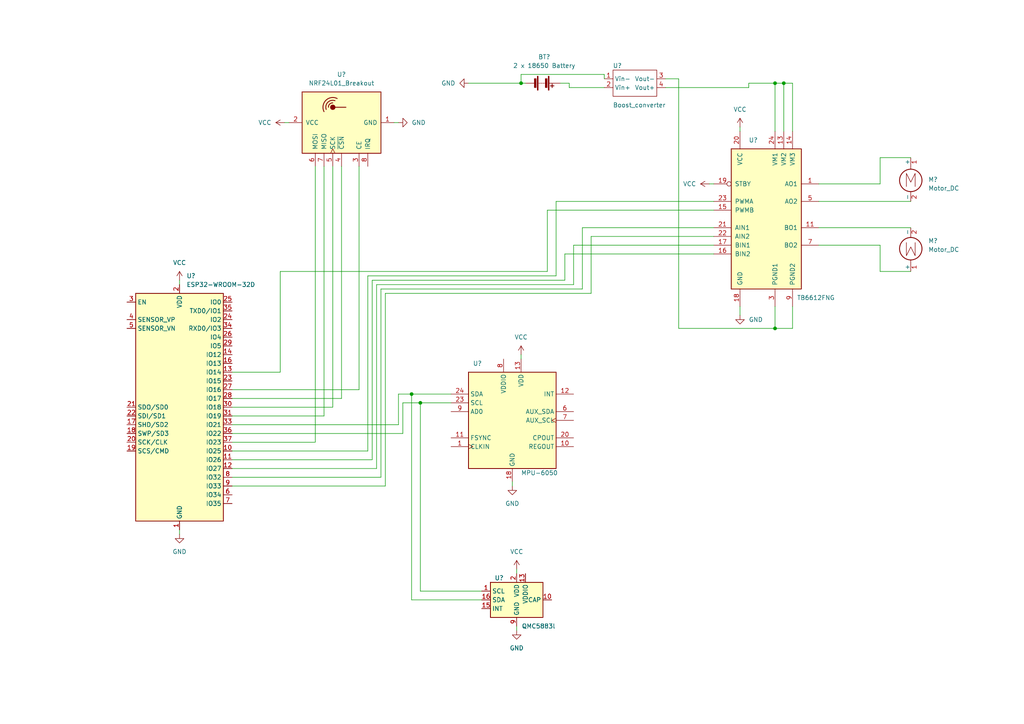
<source format=kicad_sch>
(kicad_sch (version 20211123) (generator eeschema)
  (paper "A4")
  (lib_symbols
    (symbol "Device:Battery" (pin_numbers hide) (pin_names (offset 0) hide)
      (property "Reference" "BT" (at 2.54 2.54 0))
      (property "Value" "Battery" (at 2.54 0 0))
      (symbol "Battery_0_1"
        (rectangle (start -2.032 -1.397) (end 2.032 -1.651) (fill (type outline)))
        (rectangle (start -2.032 1.778) (end 2.032 1.524) (fill (type outline)))
        (rectangle (start -1.3208 -1.9812) (end 1.27 -2.4892) (fill (type outline)))
        (rectangle (start -1.3208 1.1938) (end 1.27 0.6858) (fill (type outline)))
        (polyline (pts (xy 0 -1.524) (xy 0 -1.27)))
        (polyline (pts (xy 0 -1.016) (xy 0 -0.762)))
        (polyline (pts (xy 0 -0.508) (xy 0 -0.254)))
        (polyline (pts (xy 0 0) (xy 0 0.254)))
        (polyline (pts (xy 0 0.508) (xy 0 0.762)))
        (polyline (pts (xy 0 1.778) (xy 0 2.54)))
        (polyline (pts (xy 0.254 2.667) (xy 1.27 2.667)) (stroke (width 0.254)))
        (polyline (pts (xy 0.762 3.175) (xy 0.762 2.159)) (stroke (width 0.254)))
      )
      (symbol "Battery_1_1"
        (pin passive line (at 0 5.08 270) (length 2.54) (name "+") (number "1"))
        (pin passive line (at 0 -5.08 90) (length 2.54) (name "-") (number "2"))
      )
    )
    (symbol "Driver_Motor:TB6612FNG" (pin_names (offset 1.016))
      (property "Reference" "U" (at 11.43 17.78 0))
      (property "Value" "TB6612FNG" (at 11.43 15.24 0))
      (symbol "TB6612FNG_0_1"
        (rectangle (start -10.16 20.32) (end 10.16 -20.32) (stroke (width 0.254)) (fill (type background)))
      )
      (symbol "TB6612FNG_1_1"
        (pin output line (at 15.24 10.16 180) (length 5.08) (name "AO1") (number "1"))
        (pin passive line (at 7.62 -25.4 90) (length 5.08) hide (name "PGND2") (number "10"))
        (pin output line (at 15.24 -2.54 180) (length 5.08) (name "BO1") (number "11"))
        (pin passive line (at 15.24 -2.54 180) (length 5.08) hide (name "BO1") (number "12"))
        (pin power_in line (at 5.08 25.4 270) (length 5.08) (name "VM2") (number "13"))
        (pin power_in line (at 7.62 25.4 270) (length 5.08) (name "VM3") (number "14"))
        (pin input line (at -15.24 2.54 0) (length 5.08) (name "PWMB") (number "15"))
        (pin input line (at -15.24 -10.16 0) (length 5.08) (name "BIN2") (number "16"))
        (pin input line (at -15.24 -7.62 0) (length 5.08) (name "BIN1") (number "17"))
        (pin power_in line (at -7.62 -25.4 90) (length 5.08) (name "GND") (number "18"))
        (pin input inverted (at -15.24 10.16 0) (length 5.08) (name "STBY") (number "19"))
        (pin passive line (at 15.24 10.16 180) (length 5.08) hide (name "AO1") (number "2"))
        (pin power_in line (at -7.62 25.4 270) (length 5.08) (name "VCC") (number "20"))
        (pin input line (at -15.24 -2.54 0) (length 5.08) (name "AIN1") (number "21"))
        (pin input line (at -15.24 -5.08 0) (length 5.08) (name "AIN2") (number "22"))
        (pin input line (at -15.24 5.08 0) (length 5.08) (name "PWMA") (number "23"))
        (pin power_in line (at 2.54 25.4 270) (length 5.08) (name "VM1") (number "24"))
        (pin power_in line (at 2.54 -25.4 90) (length 5.08) (name "PGND1") (number "3"))
        (pin passive line (at 2.54 -25.4 90) (length 5.08) hide (name "PGND1") (number "4"))
        (pin output line (at 15.24 5.08 180) (length 5.08) (name "AO2") (number "5"))
        (pin passive line (at 15.24 5.08 180) (length 5.08) hide (name "AO2") (number "6"))
        (pin output line (at 15.24 -7.62 180) (length 5.08) (name "BO2") (number "7"))
        (pin passive line (at 15.24 -7.62 180) (length 5.08) hide (name "BO2") (number "8"))
        (pin power_in line (at 7.62 -25.4 90) (length 5.08) (name "PGND2") (number "9"))
      )
    )
    (symbol "Motor:Motor_DC" (pin_names (offset 0))
      (property "Reference" "M" (at 2.54 2.54 0))
      (property "Value" "Motor_DC" (at 2.54 -5.08 0))
      (symbol "Motor_DC_0_0"
        (polyline (pts (xy -1.27 -3.302) (xy -1.27 0.508) (xy 0 -2.032) (xy 1.27 0.508) (xy 1.27 -3.302)))
      )
      (symbol "Motor_DC_0_1"
        (circle (center 0 -1.524) (radius 3.2512) (stroke (width 0.254)))
        (polyline (pts (xy 0 -7.62) (xy 0 -7.112)))
        (polyline (pts (xy 0 -4.7752) (xy 0 -5.1816)))
        (polyline (pts (xy 0 1.7272) (xy 0 2.0828)))
        (polyline (pts (xy 0 2.032) (xy 0 2.54)))
      )
      (symbol "Motor_DC_1_1"
        (pin passive line (at 0 5.08 270) (length 2.54) (name "+") (number "1"))
        (pin passive line (at 0 -7.62 90) (length 2.54) (name "-") (number "2"))
      )
    )
    (symbol "New_Library:Boost_converter"
      (property "Reference" "U" (at -6.35 5.08 0))
      (property "Value" "Boost_converter" (at 0 -5.08 0))
      (symbol "Boost_converter_0_1"
        (rectangle (start -6.35 3.81) (end 6.35 -3.81))
      )
      (symbol "Boost_converter_1_1"
        (pin input line (at -8.89 1.27 0) (length 2.54) (name "Vin-") (number "1"))
        (pin input line (at -8.89 -1.27 0) (length 2.54) (name "Vin+") (number "2"))
        (pin input line (at 8.89 1.27 180) (length 2.54) (name "Vout-") (number "3"))
        (pin input line (at 8.89 -1.27 180) (length 2.54) (name "Vout+") (number "4"))
      )
    )
    (symbol "RF:NRF24L01_Breakout" (pin_names (offset 1.016))
      (property "Reference" "U" (at -8.89 12.7 0))
      (property "Value" "NRF24L01_Breakout" (at 3.81 12.7 0))
      (symbol "NRF24L01_Breakout_0_1"
        (rectangle (start -8.89 11.43) (end 8.89 -11.43) (stroke (width 0.254)) (fill (type background)))
        (polyline (pts (xy 4.445 1.905) (xy 4.445 -1.27)) (stroke (width 0.254)))
        (circle (center 4.445 2.54) (radius 0.635) (stroke (width 0.254)) (fill (type outline)))
        (arc (start 5.715 2.54) (mid 5.3521 3.4546) (end 4.445 3.81) (stroke (width 0.254)))
        (arc (start 6.35 1.905) (mid 5.8763 3.9854) (end 3.81 4.445) (stroke (width 0.254)))
        (arc (start 6.985 1.27) (mid 6.453 4.548) (end 3.175 5.08) (stroke (width 0.254)))
      )
      (symbol "NRF24L01_Breakout_1_1"
        (pin power_in line (at 0 -15.24 90) (length 3.81) (name "GND") (number "1"))
        (pin power_in line (at 0 15.24 270) (length 3.81) (name "VCC") (number "2"))
        (pin input line (at -12.7 -5.08 0) (length 3.81) (name "CE") (number "3"))
        (pin input line (at -12.7 0 0) (length 3.81) (name "~{CSN}") (number "4"))
        (pin input clock (at -12.7 2.54 0) (length 3.81) (name "SCK") (number "5"))
        (pin input line (at -12.7 7.62 0) (length 3.81) (name "MOSI") (number "6"))
        (pin output line (at -12.7 5.08 0) (length 3.81) (name "MISO") (number "7"))
        (pin output line (at -12.7 -7.62 0) (length 3.81) (name "IRQ") (number "8"))
      )
    )
    (symbol "RF_Module:ESP32-WROOM-32D"
      (property "Reference" "U" (at -12.7 34.29 0))
      (property "Value" "ESP32-WROOM-32D" (at 1.27 34.29 0))
      (symbol "ESP32-WROOM-32D_0_1"
        (rectangle (start -12.7 33.02) (end 12.7 -33.02) (stroke (width 0.254)) (fill (type background)))
      )
      (symbol "ESP32-WROOM-32D_1_1"
        (pin power_in line (at 0 -35.56 90) (length 2.54) (name "GND") (number "1"))
        (pin bidirectional line (at 15.24 -12.7 180) (length 2.54) (name "IO25") (number "10"))
        (pin bidirectional line (at 15.24 -15.24 180) (length 2.54) (name "IO26") (number "11"))
        (pin bidirectional line (at 15.24 -17.78 180) (length 2.54) (name "IO27") (number "12"))
        (pin bidirectional line (at 15.24 10.16 180) (length 2.54) (name "IO14") (number "13"))
        (pin bidirectional line (at 15.24 15.24 180) (length 2.54) (name "IO12") (number "14"))
        (pin passive line (at 0 -35.56 90) (length 2.54) hide (name "GND") (number "15"))
        (pin bidirectional line (at 15.24 12.7 180) (length 2.54) (name "IO13") (number "16"))
        (pin bidirectional line (at -15.24 -5.08 0) (length 2.54) (name "SHD/SD2") (number "17"))
        (pin bidirectional line (at -15.24 -7.62 0) (length 2.54) (name "SWP/SD3") (number "18"))
        (pin bidirectional line (at -15.24 -12.7 0) (length 2.54) (name "SCS/CMD") (number "19"))
        (pin power_in line (at 0 35.56 270) (length 2.54) (name "VDD") (number "2"))
        (pin bidirectional line (at -15.24 -10.16 0) (length 2.54) (name "SCK/CLK") (number "20"))
        (pin bidirectional line (at -15.24 0 0) (length 2.54) (name "SDO/SD0") (number "21"))
        (pin bidirectional line (at -15.24 -2.54 0) (length 2.54) (name "SDI/SD1") (number "22"))
        (pin bidirectional line (at 15.24 7.62 180) (length 2.54) (name "IO15") (number "23"))
        (pin bidirectional line (at 15.24 25.4 180) (length 2.54) (name "IO2") (number "24"))
        (pin bidirectional line (at 15.24 30.48 180) (length 2.54) (name "IO0") (number "25"))
        (pin bidirectional line (at 15.24 20.32 180) (length 2.54) (name "IO4") (number "26"))
        (pin bidirectional line (at 15.24 5.08 180) (length 2.54) (name "IO16") (number "27"))
        (pin bidirectional line (at 15.24 2.54 180) (length 2.54) (name "IO17") (number "28"))
        (pin bidirectional line (at 15.24 17.78 180) (length 2.54) (name "IO5") (number "29"))
        (pin input line (at -15.24 30.48 0) (length 2.54) (name "EN") (number "3"))
        (pin bidirectional line (at 15.24 0 180) (length 2.54) (name "IO18") (number "30"))
        (pin bidirectional line (at 15.24 -2.54 180) (length 2.54) (name "IO19") (number "31"))
        (pin no_connect line (at -12.7 -27.94 0) (length 2.54) hide (name "NC") (number "32"))
        (pin bidirectional line (at 15.24 -5.08 180) (length 2.54) (name "IO21") (number "33"))
        (pin bidirectional line (at 15.24 22.86 180) (length 2.54) (name "RXD0/IO3") (number "34"))
        (pin bidirectional line (at 15.24 27.94 180) (length 2.54) (name "TXD0/IO1") (number "35"))
        (pin bidirectional line (at 15.24 -7.62 180) (length 2.54) (name "IO22") (number "36"))
        (pin bidirectional line (at 15.24 -10.16 180) (length 2.54) (name "IO23") (number "37"))
        (pin passive line (at 0 -35.56 90) (length 2.54) hide (name "GND") (number "38"))
        (pin passive line (at 0 -35.56 90) (length 2.54) hide (name "GND") (number "39"))
        (pin input line (at -15.24 25.4 0) (length 2.54) (name "SENSOR_VP") (number "4"))
        (pin input line (at -15.24 22.86 0) (length 2.54) (name "SENSOR_VN") (number "5"))
        (pin input line (at 15.24 -25.4 180) (length 2.54) (name "IO34") (number "6"))
        (pin input line (at 15.24 -27.94 180) (length 2.54) (name "IO35") (number "7"))
        (pin bidirectional line (at 15.24 -20.32 180) (length 2.54) (name "IO32") (number "8"))
        (pin bidirectional line (at 15.24 -22.86 180) (length 2.54) (name "IO33") (number "9"))
      )
    )
    (symbol "Sensor_Magnetic:MMC5883MA"
      (property "Reference" "U" (at -7.62 7.62 0))
      (property "Value" "MMC5883MA" (at 5.08 7.62 0))
      (symbol "MMC5883MA_0_1"
        (rectangle (start -7.62 -5.08) (end 7.62 5.08) (stroke (width 0.254)) (fill (type background)))
      )
      (symbol "MMC5883MA_1_1"
        (pin input line (at -10.16 2.54 0) (length 2.54) (name "SCL") (number "1"))
        (pin passive line (at 10.16 0 180) (length 2.54) (name "CAP") (number "10"))
        (pin passive line (at 0 -7.62 90) (length 2.54) hide (name "GND") (number "11"))
        (pin no_connect line (at 5.08 -5.08 90) (length 2.54) hide (name "NC") (number "12"))
        (pin power_in line (at 2.54 7.62 270) (length 2.54) (name "VDDIO") (number "13"))
        (pin no_connect line (at -2.54 -5.08 90) (length 2.54) hide (name "NC") (number "14"))
        (pin output line (at -10.16 -2.54 0) (length 2.54) (name "INT") (number "15"))
        (pin bidirectional line (at -10.16 0 0) (length 2.54) (name "SDA") (number "16"))
        (pin power_in line (at 0 7.62 270) (length 2.54) (name "VDD") (number "2"))
        (pin no_connect line (at 7.62 -5.08 180) (length 2.54) hide (name "NC") (number "3"))
        (pin no_connect line (at 7.62 2.54 180) (length 2.54) hide (name "NC") (number "4"))
        (pin no_connect line (at 7.62 5.08 180) (length 2.54) hide (name "NC") (number "5"))
        (pin no_connect line (at 7.62 -2.54 180) (length 2.54) hide (name "NC") (number "6"))
        (pin no_connect line (at -5.08 -5.08 90) (length 2.54) hide (name "NC") (number "7"))
        (pin no_connect line (at 2.54 -5.08 90) (length 2.54) hide (name "NC") (number "8"))
        (pin power_in line (at 0 -7.62 90) (length 2.54) (name "GND") (number "9"))
      )
    )
    (symbol "Sensor_Motion:MPU-6050"
      (property "Reference" "U" (at -11.43 13.97 0))
      (property "Value" "MPU-6050" (at 7.62 -15.24 0))
      (symbol "MPU-6050_0_0"
        (text "" (at 12.7 -2.54 0) (effects (font (size 1.27 1.27))))
      )
      (symbol "MPU-6050_0_1"
        (rectangle (start -12.7 13.97) (end 12.7 -13.97) (stroke (width 0.254)) (fill (type background)))
      )
      (symbol "MPU-6050_1_1"
        (pin input clock (at -17.78 -7.62 0) (length 5.08) (name "CLKIN") (number "1"))
        (pin passive line (at 17.78 -7.62 180) (length 5.08) (name "REGOUT") (number "10"))
        (pin input line (at -17.78 -5.08 0) (length 5.08) (name "FSYNC") (number "11"))
        (pin output line (at 17.78 7.62 180) (length 5.08) (name "INT") (number "12"))
        (pin power_in line (at 2.54 17.78 270) (length 3.81) (name "VDD") (number "13"))
        (pin no_connect line (at -12.7 -10.16 0) (length 2.54) hide (name "NC") (number "14"))
        (pin no_connect line (at 12.7 12.7 180) (length 2.54) hide (name "NC") (number "15"))
        (pin no_connect line (at 12.7 10.16 180) (length 2.54) hide (name "NC") (number "16"))
        (pin no_connect line (at 12.7 5.08 180) (length 2.54) hide (name "NC") (number "17"))
        (pin power_in line (at 0 -17.78 90) (length 3.81) (name "GND") (number "18"))
        (pin no_connect line (at 12.7 -10.16 180) (length 2.54) hide (name "NC") (number "19"))
        (pin no_connect line (at -12.7 12.7 0) (length 2.54) hide (name "NC") (number "2"))
        (pin passive line (at 17.78 -5.08 180) (length 5.08) (name "CPOUT") (number "20"))
        (pin no_connect line (at 12.7 -2.54 180) (length 2.54) hide (name "NC") (number "21"))
        (pin no_connect line (at 12.7 -12.7 180) (length 2.54) hide (name "NC") (number "22"))
        (pin input line (at -17.78 5.08 0) (length 5.08) (name "SCL") (number "23"))
        (pin bidirectional line (at -17.78 7.62 0) (length 5.08) (name "SDA") (number "24"))
        (pin no_connect line (at -12.7 10.16 0) (length 2.54) hide (name "NC") (number "3"))
        (pin no_connect line (at -12.7 0 0) (length 2.54) hide (name "NC") (number "4"))
        (pin no_connect line (at -12.7 -2.54 0) (length 2.54) hide (name "NC") (number "5"))
        (pin bidirectional line (at 17.78 2.54 180) (length 5.08) (name "AUX_SDA") (number "6"))
        (pin output clock (at 17.78 0 180) (length 5.08) (name "AUX_SCL") (number "7"))
        (pin power_in line (at -2.54 17.78 270) (length 3.81) (name "VDDIO") (number "8"))
        (pin input line (at -17.78 2.54 0) (length 5.08) (name "AD0") (number "9"))
      )
    )
    (symbol "power:GND" (power) (pin_names (offset 0))
      (property "Value" "GND" (at 0 -3.81 0))
      (symbol "GND_0_1"
        (polyline (pts (xy 0 0) (xy 0 -1.27) (xy 1.27 -1.27) (xy 0 -2.54) (xy -1.27 -1.27) (xy 0 -1.27)))
      )
      (symbol "GND_1_1"
        (pin power_in line (at 0 0 270) (length 0) hide (name "GND") (number "1"))
      )
    )
    (symbol "power:VCC" (power) (pin_names (offset 0))
      (property "Value" "VCC" (at 0 3.81 0))
      (symbol "VCC_0_1"
        (polyline (pts (xy -0.762 1.27) (xy 0 2.54)))
        (polyline (pts (xy 0 0) (xy 0 2.54)))
        (polyline (pts (xy 0 2.54) (xy 0.762 1.27)))
      )
      (symbol "VCC_1_1"
        (pin power_in line (at 0 0 90) (length 0) hide (name "VCC") (number "1"))
      )
    )
  )
  (junction (at 224.79 95.25))
  (junction (at 151.13 24.13))
  (junction (at 119.38 114.3))
  (junction (at 227.33 24.13))
  (junction (at 224.79 24.13))
  (junction (at 121.92 116.84))
  (wire (pts (xy 149.86 165.1) (xy 149.86 166.37)))
  (wire (pts (xy 67.31 120.65) (xy 93.98 120.65)))
  (wire (pts (xy 109.22 82.55) (xy 109.22 135.89)))
  (wire (pts (xy 109.22 82.55) (xy 166.37 82.55)))
  (wire (pts (xy 158.75 78.74) (xy 158.75 60.96)))
  (wire (pts (xy 99.06 48.26) (xy 99.06 115.57)))
  (wire (pts (xy 96.52 48.26) (xy 96.52 118.11)))
  (wire (pts (xy 151.13 102.87) (xy 151.13 104.14)))
  (wire (pts (xy 107.95 133.35) (xy 107.95 81.28)))
  (wire (pts (xy 82.55 35.56) (xy 83.82 35.56)))
  (wire (pts (xy 255.27 71.12) (xy 255.27 78.74)))
  (wire (pts (xy 255.27 78.74) (xy 264.16 78.74)))
  (wire (pts (xy 93.98 48.26) (xy 93.98 120.65)))
  (wire (pts (xy 217.17 25.4) (xy 217.17 24.13)))
  (wire (pts (xy 168.91 66.04) (xy 207.01 66.04)))
  (wire (pts (xy 227.33 24.13) (xy 227.33 38.1)))
  (wire (pts (xy 166.37 71.12) (xy 207.01 71.12)))
  (wire (pts (xy 193.04 25.4) (xy 217.17 25.4)))
  (wire (pts (xy 135.89 24.13) (xy 151.13 24.13)))
  (wire (pts (xy 67.31 128.27) (xy 91.44 128.27)))
  (wire (pts (xy 115.57 35.56) (xy 114.3 35.56)))
  (wire (pts (xy 81.28 78.74) (xy 158.75 78.74)))
  (wire (pts (xy 175.26 21.59) (xy 175.26 22.86)))
  (wire (pts (xy 224.79 24.13) (xy 224.79 38.1)))
  (wire (pts (xy 107.95 81.28) (xy 163.83 81.28)))
  (wire (pts (xy 110.49 83.82) (xy 168.91 83.82)))
  (wire (pts (xy 104.14 48.26) (xy 104.14 113.03)))
  (wire (pts (xy 158.75 60.96) (xy 207.01 60.96)))
  (wire (pts (xy 67.31 130.81) (xy 106.68 130.81)))
  (wire (pts (xy 121.92 171.45) (xy 139.7 171.45)))
  (wire (pts (xy 81.28 107.95) (xy 81.28 78.74)))
  (wire (pts (xy 115.57 114.3) (xy 119.38 114.3)))
  (wire (pts (xy 67.31 135.89) (xy 109.22 135.89)))
  (wire (pts (xy 165.1 24.13) (xy 165.1 25.4)))
  (wire (pts (xy 67.31 138.43) (xy 110.49 138.43)))
  (wire (pts (xy 116.84 116.84) (xy 121.92 116.84)))
  (wire (pts (xy 193.04 22.86) (xy 196.85 22.86)))
  (wire (pts (xy 229.87 88.9) (xy 229.87 95.25)))
  (wire (pts (xy 110.49 138.43) (xy 110.49 83.82)))
  (wire (pts (xy 161.29 58.42) (xy 207.01 58.42)))
  (wire (pts (xy 67.31 123.19) (xy 115.57 123.19)))
  (wire (pts (xy 119.38 114.3) (xy 119.38 173.99)))
  (wire (pts (xy 163.83 81.28) (xy 163.83 73.66)))
  (wire (pts (xy 151.13 24.13) (xy 152.4 24.13)))
  (wire (pts (xy 214.63 91.44) (xy 214.63 88.9)))
  (wire (pts (xy 255.27 53.34) (xy 255.27 45.72)))
  (wire (pts (xy 224.79 24.13) (xy 227.33 24.13)))
  (wire (pts (xy 255.27 45.72) (xy 264.16 45.72)))
  (wire (pts (xy 227.33 24.13) (xy 229.87 24.13)))
  (wire (pts (xy 237.49 71.12) (xy 255.27 71.12)))
  (wire (pts (xy 161.29 80.01) (xy 161.29 58.42)))
  (wire (pts (xy 165.1 25.4) (xy 175.26 25.4)))
  (wire (pts (xy 149.86 182.88) (xy 149.86 181.61)))
  (wire (pts (xy 171.45 68.58) (xy 207.01 68.58)))
  (wire (pts (xy 67.31 107.95) (xy 81.28 107.95)))
  (wire (pts (xy 67.31 140.97) (xy 111.76 140.97)))
  (wire (pts (xy 91.44 128.27) (xy 91.44 48.26)))
  (wire (pts (xy 237.49 58.42) (xy 264.16 58.42)))
  (wire (pts (xy 224.79 95.25) (xy 229.87 95.25)))
  (wire (pts (xy 67.31 115.57) (xy 99.06 115.57)))
  (wire (pts (xy 106.68 130.81) (xy 106.68 80.01)))
  (wire (pts (xy 111.76 85.09) (xy 111.76 140.97)))
  (wire (pts (xy 171.45 85.09) (xy 171.45 68.58)))
  (wire (pts (xy 237.49 66.04) (xy 264.16 66.04)))
  (wire (pts (xy 224.79 88.9) (xy 224.79 95.25)))
  (wire (pts (xy 151.13 24.13) (xy 151.13 21.59)))
  (wire (pts (xy 168.91 83.82) (xy 168.91 66.04)))
  (wire (pts (xy 151.13 21.59) (xy 175.26 21.59)))
  (wire (pts (xy 106.68 80.01) (xy 161.29 80.01)))
  (wire (pts (xy 214.63 36.83) (xy 214.63 38.1)))
  (wire (pts (xy 67.31 133.35) (xy 107.95 133.35)))
  (wire (pts (xy 217.17 24.13) (xy 224.79 24.13)))
  (wire (pts (xy 166.37 82.55) (xy 166.37 71.12)))
  (wire (pts (xy 130.81 116.84) (xy 121.92 116.84)))
  (wire (pts (xy 224.79 95.25) (xy 196.85 95.25)))
  (wire (pts (xy 104.14 113.03) (xy 67.31 113.03)))
  (wire (pts (xy 130.81 114.3) (xy 119.38 114.3)))
  (wire (pts (xy 52.07 81.28) (xy 52.07 82.55)))
  (wire (pts (xy 229.87 24.13) (xy 229.87 38.1)))
  (wire (pts (xy 121.92 116.84) (xy 121.92 171.45)))
  (wire (pts (xy 116.84 125.73) (xy 116.84 116.84)))
  (wire (pts (xy 237.49 53.34) (xy 255.27 53.34)))
  (wire (pts (xy 52.07 154.94) (xy 52.07 153.67)))
  (wire (pts (xy 162.56 24.13) (xy 165.1 24.13)))
  (wire (pts (xy 111.76 85.09) (xy 171.45 85.09)))
  (wire (pts (xy 196.85 95.25) (xy 196.85 22.86)))
  (wire (pts (xy 67.31 118.11) (xy 96.52 118.11)))
  (wire (pts (xy 115.57 123.19) (xy 115.57 114.3)))
  (wire (pts (xy 148.59 140.97) (xy 148.59 139.7)))
  (wire (pts (xy 163.83 73.66) (xy 207.01 73.66)))
  (wire (pts (xy 205.74 53.34) (xy 207.01 53.34)))
  (wire (pts (xy 119.38 173.99) (xy 139.7 173.99)))
  (wire (pts (xy 67.31 125.73) (xy 116.84 125.73)))
  (symbol (lib_id "power:GND") (at 52.07 154.94 0) (unit 1)
    (property "Reference" "#PWR?" (effects hide))
    (property "Value" "GND" (at 52.07 160.02 0))
  )
  (symbol (lib_id "Motor:Motor_DC") (at 264.16 50.8 0) (unit 1)
    (property "Reference" "M?" (at 269.24 52.0699 0) (effects (justify left)))
    (property "Value" "Motor_DC" (at 269.24 54.6099 0) (effects (justify left)))
  )
  (symbol (lib_id "Motor:Motor_DC") (at 264.16 73.66 180) (unit 1)
    (property "Reference" "M?" (at 269.24 69.8499 0) (effects (justify right)))
    (property "Value" "Motor_DC" (at 269.24 72.3899 0) (effects (justify right)))
  )
  (symbol (lib_id "power:VCC") (at 149.86 165.1 0) (unit 1)
    (property "Reference" "#PWR?" (effects hide))
    (property "Value" "VCC" (at 149.86 160.02 0))
  )
  (symbol (lib_id "power:GND") (at 214.63 91.44 0) (unit 1)
    (property "Reference" "#PWR?" (effects hide))
    (property "Value" "GND" (at 217.17 92.7099 0) (effects (justify left)))
  )
  (symbol (lib_id "Device:Battery") (at 157.48 24.13 270) (unit 1)
    (property "Reference" "BT?" (at 157.861 16.51 90))
    (property "Value" "2 x 18650 Battery" (at 157.861 19.05 90))
  )
  (symbol (lib_id "power:GND") (at 115.57 35.56 90) (unit 1)
    (property "Reference" "#PWR?" (effects hide))
    (property "Value" "GND" (at 119.38 35.5599 90) (effects (justify right)))
  )
  (symbol (lib_id "power:VCC") (at 82.55 35.56 90) (unit 1)
    (property "Reference" "#PWR?" (effects hide))
    (property "Value" "VCC" (at 78.74 35.5599 90) (effects (justify left)))
  )
  (symbol (lib_id "RF_Module:ESP32-WROOM-32D") (at 52.07 118.11 0) (unit 1)
    (property "Reference" "U?" (at 54.0894 80.01 0) (effects (justify left)))
    (property "Value" "ESP32-WROOM-32D" (at 54.0894 82.55 0) (effects (justify left)))
    (property "Footprint" "RF_Module:ESP32-WROOM-32" (effects hide))
    (property "Datasheet" "https://www.espressif.com/sites/default/files/documentation/esp32-wroom-32d_esp32-wroom-32u_datasheet_en.pdf" (effects hide))
  )
  (symbol (lib_id "Driver_Motor:TB6612FNG") (at 222.25 63.5 0) (unit 1)
    (property "Reference" "U?" (at 217.17 40.64 0) (effects (justify left)))
    (property "Value" "TB6612FNG" (at 231.14 86.36 0) (effects (justify left)))
    (property "Footprint" "Package_SO:SSOP-24_5.3x8.2mm_P0.65mm" (effects hide))
    (property "Datasheet" "https://toshiba.semicon-storage.com/us/product/linear/motordriver/detail.TB6612FNG.html" (effects hide))
  )
  (symbol (lib_id "RF:NRF24L01_Breakout") (at 99.06 35.56 90) (unit 1)
    (property "Reference" "U?" (at 99.06 21.59 90))
    (property "Value" "NRF24L01_Breakout" (at 99.06 24.13 90))
    (property "Footprint" "RF_Module:nRF24L01_Breakout" (effects hide))
    (property "Datasheet" "http://www.nordicsemi.com/eng/content/download/2730/34105/file/nRF24L01_Product_Specification_v2_0.pdf" (effects hide))
  )
  (symbol (lib_id "New_Library:Boost_converter") (at 184.15 24.13 0) (unit 1)
    (property "Reference" "U?" (at 179.07 19.05 0))
    (property "Value" "Boost_converter" (at 185.42 30.48 0))
  )
  (symbol (lib_id "power:VCC") (at 151.13 102.87 0) (unit 1)
    (property "Reference" "#PWR?" (effects hide))
    (property "Value" "VCC" (at 151.13 97.79 0))
  )
  (symbol (lib_id "power:GND") (at 149.86 182.88 0) (unit 1)
    (property "Reference" "#PWR?" (effects hide))
    (property "Value" "GND" (at 149.86 187.96 0))
  )
  (symbol (lib_id "power:GND") (at 148.59 140.97 0) (unit 1)
    (property "Reference" "#PWR?" (effects hide))
    (property "Value" "GND" (at 148.59 146.05 0))
  )
  (symbol (lib_id "power:GND") (at 135.89 24.13 270) (unit 1)
    (property "Reference" "#PWR?" (effects hide))
    (property "Value" "GND" (at 132.08 24.1299 90) (effects (justify right)))
  )
  (symbol (lib_id "power:VCC") (at 205.74 53.34 90) (unit 1)
    (property "Reference" "#PWR?" (effects hide))
    (property "Value" "VCC" (at 201.93 53.3399 90) (effects (justify left)))
  )
  (symbol (lib_id "Sensor_Magnetic:MMC5883MA") (at 149.86 173.99 0) (unit 1)
    (property "Reference" "U?" (at 144.78 167.64 0))
    (property "Value" "QMC5883l" (at 156.21 181.61 0))
    (property "Footprint" "Package_LGA:LGA-16_3x3mm_P0.5mm" (effects hide))
    (property "Datasheet" "http://www.memsic.com/userfiles/files/DataSheets/Magnetic-Sensors-Datasheets/MMC5883MA-RevC.pdf" (effects hide))
  )
  (symbol (lib_id "power:VCC") (at 214.63 36.83 0) (unit 1)
    (property "Reference" "#PWR?" (effects hide))
    (property "Value" "VCC" (at 214.63 31.75 0))
  )
  (symbol (lib_id "Sensor_Motion:MPU-6050") (at 148.59 121.92 0) (unit 1)
    (property "Reference" "U?" (at 137.16 105.41 0) (effects (justify left)))
    (property "Value" "MPU-6050" (at 151.13 137.16 0) (effects (justify left)))
    (property "Footprint" "Sensor_Motion:InvenSense_QFN-24_4x4mm_P0.5mm" (effects hide))
    (property "Datasheet" "https://store.invensense.com/datasheets/invensense/MPU-6050_DataSheet_V3%204.pdf" (effects hide))
  )
  (symbol (lib_id "power:VCC") (at 52.07 81.28 0) (unit 1)
    (property "Reference" "#PWR?" (effects hide))
    (property "Value" "VCC" (at 52.07 76.2 0))
  )
)
</source>
